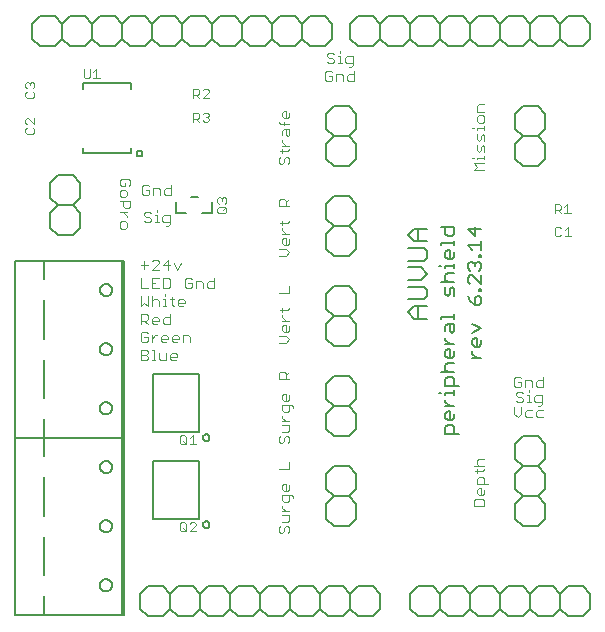
<source format=gto>
G75*
G70*
%OFA0B0*%
%FSLAX24Y24*%
%IPPOS*%
%LPD*%
%AMOC8*
5,1,8,0,0,1.08239X$1,22.5*
%
%ADD10C,0.0070*%
%ADD11C,0.0050*%
%ADD12C,0.0040*%
%ADD13C,0.0060*%
D10*
X013784Y011072D02*
X013995Y011283D01*
X014415Y011283D01*
X014310Y011507D02*
X014415Y011612D01*
X014415Y011822D01*
X014310Y011927D01*
X013784Y011927D01*
X013784Y012151D02*
X014205Y012151D01*
X014415Y012362D01*
X014205Y012572D01*
X013784Y012572D01*
X013784Y012796D02*
X014310Y012796D01*
X014415Y012901D01*
X014415Y013111D01*
X014310Y013216D01*
X013784Y013216D01*
X013995Y013440D02*
X013784Y013651D01*
X013995Y013861D01*
X014415Y013861D01*
X014100Y013861D02*
X014100Y013440D01*
X013995Y013440D02*
X014415Y013440D01*
X014310Y011507D02*
X013784Y011507D01*
X014100Y011283D02*
X014100Y010862D01*
X013995Y010862D02*
X013784Y011072D01*
X013995Y010862D02*
X014415Y010862D01*
D11*
X014875Y010852D02*
X014875Y010927D01*
X015325Y010927D01*
X015325Y010852D02*
X015325Y011002D01*
X015325Y010692D02*
X015100Y010692D01*
X015025Y010617D01*
X015025Y010467D01*
X015175Y010467D02*
X015175Y010692D01*
X015325Y010692D02*
X015325Y010467D01*
X015250Y010392D01*
X015175Y010467D01*
X015025Y010233D02*
X015025Y010158D01*
X015175Y010008D01*
X015325Y010008D02*
X015025Y010008D01*
X015100Y009848D02*
X015175Y009848D01*
X015175Y009548D01*
X015250Y009548D02*
X015100Y009548D01*
X015025Y009623D01*
X015025Y009773D01*
X015100Y009848D01*
X015325Y009773D02*
X015325Y009623D01*
X015250Y009548D01*
X015325Y009388D02*
X015100Y009388D01*
X015025Y009313D01*
X015025Y009162D01*
X015100Y009087D01*
X015100Y008927D02*
X015250Y008927D01*
X015325Y008852D01*
X015325Y008627D01*
X015475Y008627D02*
X015025Y008627D01*
X015025Y008852D01*
X015100Y008927D01*
X014875Y009087D02*
X015325Y009087D01*
X015325Y008470D02*
X015325Y008320D01*
X015325Y008395D02*
X015025Y008395D01*
X015025Y008320D01*
X015025Y008162D02*
X015025Y008087D01*
X015175Y007936D01*
X015325Y007936D02*
X015025Y007936D01*
X015100Y007776D02*
X015175Y007776D01*
X015175Y007476D01*
X015250Y007476D02*
X015100Y007476D01*
X015025Y007551D01*
X015025Y007701D01*
X015100Y007776D01*
X015325Y007701D02*
X015325Y007551D01*
X015250Y007476D01*
X015250Y007316D02*
X015100Y007316D01*
X015025Y007241D01*
X015025Y007016D01*
X015475Y007016D01*
X015325Y007016D02*
X015325Y007241D01*
X015250Y007316D01*
X014875Y008395D02*
X014800Y008395D01*
X015925Y009548D02*
X016225Y009548D01*
X016075Y009548D02*
X015925Y009698D01*
X015925Y009773D01*
X016000Y009931D02*
X015925Y010007D01*
X015925Y010157D01*
X016000Y010232D01*
X016075Y010232D01*
X016075Y009931D01*
X016150Y009931D02*
X016000Y009931D01*
X016150Y009931D02*
X016225Y010007D01*
X016225Y010157D01*
X015925Y010392D02*
X016225Y010542D01*
X015925Y010692D01*
X016000Y011313D02*
X016000Y011538D01*
X016075Y011613D01*
X016150Y011613D01*
X016225Y011538D01*
X016225Y011388D01*
X016150Y011313D01*
X016000Y011313D01*
X015850Y011463D01*
X015775Y011613D01*
X015850Y012003D02*
X015775Y012078D01*
X015775Y012228D01*
X015850Y012303D01*
X015925Y012303D01*
X016225Y012003D01*
X016225Y012303D01*
X016150Y012464D02*
X016225Y012539D01*
X016225Y012689D01*
X016150Y012764D01*
X016075Y012764D01*
X016000Y012689D01*
X016000Y012614D01*
X016000Y012689D02*
X015925Y012764D01*
X015850Y012764D01*
X015775Y012689D01*
X015775Y012539D01*
X015850Y012464D01*
X016150Y012924D02*
X016150Y012999D01*
X016225Y012999D01*
X016225Y012924D01*
X016150Y012924D01*
X016225Y013154D02*
X016225Y013454D01*
X016225Y013304D02*
X015775Y013304D01*
X015925Y013154D01*
X016000Y013615D02*
X016000Y013915D01*
X016225Y013840D02*
X015775Y013840D01*
X016000Y013615D01*
X015325Y013690D02*
X015250Y013615D01*
X015100Y013615D01*
X015025Y013690D01*
X015025Y013915D01*
X014875Y013915D02*
X015325Y013915D01*
X015325Y013690D01*
X015325Y013458D02*
X015325Y013308D01*
X015325Y013383D02*
X014875Y013383D01*
X014875Y013308D01*
X015100Y013148D02*
X015175Y013148D01*
X015175Y012847D01*
X015250Y012847D02*
X015100Y012847D01*
X015025Y012922D01*
X015025Y013072D01*
X015100Y013148D01*
X015325Y013072D02*
X015325Y012922D01*
X015250Y012847D01*
X015325Y012690D02*
X015325Y012540D01*
X015325Y012615D02*
X015025Y012615D01*
X015025Y012540D01*
X014875Y012615D02*
X014800Y012615D01*
X015100Y012380D02*
X015325Y012380D01*
X015100Y012380D02*
X015025Y012305D01*
X015025Y012155D01*
X015100Y012080D01*
X015025Y011920D02*
X015025Y011695D01*
X015100Y011620D01*
X015175Y011695D01*
X015175Y011845D01*
X015250Y011920D01*
X015325Y011845D01*
X015325Y011620D01*
X015325Y012080D02*
X014875Y012080D01*
X016150Y011848D02*
X016225Y011848D01*
X016225Y011773D01*
X016150Y011773D01*
X016150Y011848D01*
X007241Y014394D02*
X007241Y014748D01*
X007241Y014394D02*
X006906Y014394D01*
X006768Y014906D02*
X006532Y014906D01*
X006059Y014748D02*
X006059Y014394D01*
X006394Y014394D01*
X004735Y016369D02*
X004737Y016388D01*
X004742Y016407D01*
X004752Y016423D01*
X004764Y016438D01*
X004779Y016450D01*
X004795Y016460D01*
X004814Y016465D01*
X004833Y016467D01*
X004852Y016465D01*
X004871Y016460D01*
X004887Y016450D01*
X004902Y016438D01*
X004914Y016423D01*
X004924Y016407D01*
X004929Y016388D01*
X004931Y016369D01*
X004929Y016350D01*
X004924Y016331D01*
X004914Y016315D01*
X004902Y016300D01*
X004887Y016288D01*
X004871Y016278D01*
X004852Y016273D01*
X004833Y016271D01*
X004814Y016273D01*
X004795Y016278D01*
X004779Y016288D01*
X004764Y016300D01*
X004752Y016315D01*
X004742Y016331D01*
X004737Y016350D01*
X004735Y016369D01*
X004537Y016369D02*
X002963Y016369D01*
X002963Y016566D01*
X004537Y016566D02*
X004537Y016369D01*
X004537Y018534D02*
X004537Y018731D01*
X002963Y018731D01*
X002963Y018534D01*
X005282Y009015D02*
X006818Y009015D01*
X006818Y007085D01*
X005282Y007085D01*
X005282Y009015D01*
X006938Y006900D02*
X006940Y006921D01*
X006946Y006940D01*
X006955Y006959D01*
X006967Y006975D01*
X006983Y006989D01*
X007000Y007000D01*
X007019Y007008D01*
X007040Y007012D01*
X007060Y007012D01*
X007081Y007008D01*
X007100Y007000D01*
X007117Y006989D01*
X007133Y006975D01*
X007145Y006959D01*
X007154Y006940D01*
X007160Y006921D01*
X007162Y006900D01*
X007160Y006879D01*
X007154Y006860D01*
X007145Y006841D01*
X007133Y006825D01*
X007117Y006811D01*
X007100Y006800D01*
X007081Y006792D01*
X007060Y006788D01*
X007040Y006788D01*
X007019Y006792D01*
X007000Y006800D01*
X006983Y006811D01*
X006967Y006825D01*
X006955Y006841D01*
X006946Y006860D01*
X006940Y006879D01*
X006938Y006900D01*
X006818Y006115D02*
X006818Y004185D01*
X005282Y004185D01*
X005282Y006115D01*
X006818Y006115D01*
X006938Y004000D02*
X006940Y004021D01*
X006946Y004040D01*
X006955Y004059D01*
X006967Y004075D01*
X006983Y004089D01*
X007000Y004100D01*
X007019Y004108D01*
X007040Y004112D01*
X007060Y004112D01*
X007081Y004108D01*
X007100Y004100D01*
X007117Y004089D01*
X007133Y004075D01*
X007145Y004059D01*
X007154Y004040D01*
X007160Y004021D01*
X007162Y004000D01*
X007160Y003979D01*
X007154Y003960D01*
X007145Y003941D01*
X007133Y003925D01*
X007117Y003911D01*
X007100Y003900D01*
X007081Y003892D01*
X007060Y003888D01*
X007040Y003888D01*
X007019Y003892D01*
X007000Y003900D01*
X006983Y003911D01*
X006967Y003925D01*
X006955Y003941D01*
X006946Y003960D01*
X006940Y003979D01*
X006938Y004000D01*
D12*
X006705Y003977D02*
X006705Y004029D01*
X006653Y004080D01*
X006549Y004080D01*
X006498Y004029D01*
X006382Y004029D02*
X006382Y003822D01*
X006331Y003770D01*
X006227Y003770D01*
X006175Y003822D01*
X006175Y004029D01*
X006227Y004080D01*
X006331Y004080D01*
X006382Y004029D01*
X006279Y003873D02*
X006382Y003770D01*
X006498Y003770D02*
X006705Y003977D01*
X006705Y003770D02*
X006498Y003770D01*
X006498Y006670D02*
X006705Y006670D01*
X006601Y006670D02*
X006601Y006980D01*
X006498Y006877D01*
X006382Y006929D02*
X006382Y006722D01*
X006331Y006670D01*
X006227Y006670D01*
X006175Y006722D01*
X006175Y006929D01*
X006227Y006980D01*
X006331Y006980D01*
X006382Y006929D01*
X006279Y006773D02*
X006382Y006670D01*
X006032Y009470D02*
X005912Y009470D01*
X005852Y009530D01*
X005852Y009650D01*
X005912Y009710D01*
X006032Y009710D01*
X006092Y009650D01*
X006092Y009590D01*
X005852Y009590D01*
X005724Y009470D02*
X005724Y009710D01*
X005724Y009470D02*
X005544Y009470D01*
X005484Y009530D01*
X005484Y009710D01*
X005298Y009830D02*
X005298Y009470D01*
X005238Y009470D02*
X005358Y009470D01*
X005110Y009530D02*
X005050Y009470D01*
X004870Y009470D01*
X004870Y009830D01*
X005050Y009830D01*
X005110Y009770D01*
X005110Y009710D01*
X005050Y009650D01*
X004870Y009650D01*
X005050Y009650D02*
X005110Y009590D01*
X005110Y009530D01*
X005238Y009830D02*
X005298Y009830D01*
X005238Y010070D02*
X005238Y010310D01*
X005238Y010190D02*
X005358Y010310D01*
X005418Y010310D01*
X005545Y010250D02*
X005605Y010310D01*
X005725Y010310D01*
X005785Y010250D01*
X005785Y010190D01*
X005545Y010190D01*
X005545Y010130D02*
X005545Y010250D01*
X005545Y010130D02*
X005605Y010070D01*
X005725Y010070D01*
X005914Y010130D02*
X005914Y010250D01*
X005974Y010310D01*
X006094Y010310D01*
X006154Y010250D01*
X006154Y010190D01*
X005914Y010190D01*
X005914Y010130D02*
X005974Y010070D01*
X006094Y010070D01*
X006282Y010070D02*
X006282Y010310D01*
X006462Y010310D01*
X006522Y010250D01*
X006522Y010070D01*
X005847Y010670D02*
X005667Y010670D01*
X005607Y010730D01*
X005607Y010850D01*
X005667Y010910D01*
X005847Y010910D01*
X005847Y011030D02*
X005847Y010670D01*
X005479Y010790D02*
X005238Y010790D01*
X005238Y010730D02*
X005238Y010850D01*
X005298Y010910D01*
X005418Y010910D01*
X005479Y010850D01*
X005479Y010790D01*
X005418Y010670D02*
X005298Y010670D01*
X005238Y010730D01*
X005110Y010670D02*
X004990Y010790D01*
X005050Y010790D02*
X004870Y010790D01*
X004870Y010670D02*
X004870Y011030D01*
X005050Y011030D01*
X005110Y010970D01*
X005110Y010850D01*
X005050Y010790D01*
X005050Y010430D02*
X004930Y010430D01*
X004870Y010370D01*
X004870Y010130D01*
X004930Y010070D01*
X005050Y010070D01*
X005110Y010130D01*
X005110Y010250D01*
X004990Y010250D01*
X005110Y010370D02*
X005050Y010430D01*
X005110Y011270D02*
X005110Y011630D01*
X005238Y011630D02*
X005238Y011270D01*
X005110Y011270D02*
X004990Y011390D01*
X004870Y011270D01*
X004870Y011630D01*
X004870Y011870D02*
X005110Y011870D01*
X005238Y011870D02*
X005479Y011870D01*
X005607Y011870D02*
X005787Y011870D01*
X005847Y011930D01*
X005847Y012170D01*
X005787Y012230D01*
X005607Y012230D01*
X005607Y011870D01*
X005667Y011690D02*
X005667Y011630D01*
X005667Y011510D02*
X005607Y011510D01*
X005667Y011510D02*
X005667Y011270D01*
X005607Y011270D02*
X005727Y011270D01*
X005912Y011330D02*
X005972Y011270D01*
X005912Y011330D02*
X005912Y011570D01*
X005852Y011510D02*
X005972Y011510D01*
X006098Y011450D02*
X006098Y011330D01*
X006158Y011270D01*
X006278Y011270D01*
X006338Y011390D02*
X006098Y011390D01*
X006098Y011450D02*
X006158Y011510D01*
X006278Y011510D01*
X006338Y011450D01*
X006338Y011390D01*
X006403Y011870D02*
X006523Y011870D01*
X006583Y011930D01*
X006583Y012050D01*
X006463Y012050D01*
X006343Y011930D02*
X006403Y011870D01*
X006343Y011930D02*
X006343Y012170D01*
X006403Y012230D01*
X006523Y012230D01*
X006583Y012170D01*
X006712Y012110D02*
X006712Y011870D01*
X006952Y011870D02*
X006952Y012050D01*
X006892Y012110D01*
X006712Y012110D01*
X007080Y012050D02*
X007080Y011930D01*
X007140Y011870D01*
X007320Y011870D01*
X007320Y012230D01*
X007320Y012110D02*
X007140Y012110D01*
X007080Y012050D01*
X006095Y012470D02*
X006215Y012710D01*
X005975Y012710D02*
X006095Y012470D01*
X005847Y012650D02*
X005607Y012650D01*
X005787Y012830D01*
X005787Y012470D01*
X005479Y012470D02*
X005238Y012470D01*
X005479Y012710D01*
X005479Y012770D01*
X005418Y012830D01*
X005298Y012830D01*
X005238Y012770D01*
X005110Y012650D02*
X004870Y012650D01*
X004990Y012770D02*
X004990Y012530D01*
X004870Y012230D02*
X004870Y011870D01*
X005238Y011870D02*
X005238Y012230D01*
X005479Y012230D01*
X005358Y012050D02*
X005238Y012050D01*
X005298Y011510D02*
X005418Y011510D01*
X005479Y011450D01*
X005479Y011270D01*
X005238Y011450D02*
X005298Y011510D01*
X005713Y013950D02*
X005773Y013950D01*
X005833Y014010D01*
X005833Y014310D01*
X005653Y014310D01*
X005593Y014250D01*
X005593Y014130D01*
X005653Y014070D01*
X005833Y014070D01*
X005467Y014070D02*
X005347Y014070D01*
X005407Y014070D02*
X005407Y014310D01*
X005347Y014310D01*
X005407Y014430D02*
X005407Y014490D01*
X005219Y014370D02*
X005159Y014430D01*
X005039Y014430D01*
X004979Y014370D01*
X004979Y014310D01*
X005039Y014250D01*
X005159Y014250D01*
X005219Y014190D01*
X005219Y014130D01*
X005159Y014070D01*
X005039Y014070D01*
X004979Y014130D01*
X004410Y014048D02*
X004410Y013928D01*
X004350Y013868D01*
X004230Y013868D01*
X004170Y013928D01*
X004170Y014048D01*
X004230Y014108D01*
X004350Y014108D01*
X004410Y014048D01*
X004410Y014235D02*
X004410Y014295D01*
X004290Y014415D01*
X004170Y014415D02*
X004410Y014415D01*
X004470Y014543D02*
X004350Y014543D01*
X004290Y014603D01*
X004290Y014783D01*
X004170Y014783D02*
X004530Y014783D01*
X004530Y014603D01*
X004470Y014543D01*
X004350Y014912D02*
X004410Y014972D01*
X004410Y015092D01*
X004350Y015152D01*
X004230Y015152D01*
X004170Y015092D01*
X004170Y014972D01*
X004230Y014912D01*
X004350Y014912D01*
X004350Y015280D02*
X004350Y015400D01*
X004350Y015280D02*
X004230Y015280D01*
X004170Y015340D01*
X004170Y015460D01*
X004230Y015520D01*
X004470Y015520D01*
X004530Y015460D01*
X004530Y015340D01*
X004470Y015280D01*
X004918Y015270D02*
X004918Y015030D01*
X004978Y014970D01*
X005098Y014970D01*
X005158Y015030D01*
X005158Y015150D01*
X005038Y015150D01*
X005158Y015270D02*
X005098Y015330D01*
X004978Y015330D01*
X004918Y015270D01*
X005286Y015210D02*
X005286Y014970D01*
X005526Y014970D02*
X005526Y015150D01*
X005466Y015210D01*
X005286Y015210D01*
X005654Y015150D02*
X005654Y015030D01*
X005714Y014970D01*
X005894Y014970D01*
X005894Y015330D01*
X005894Y015210D02*
X005714Y015210D01*
X005654Y015150D01*
X007420Y014853D02*
X007420Y014749D01*
X007471Y014698D01*
X007471Y014582D02*
X007678Y014582D01*
X007730Y014531D01*
X007730Y014427D01*
X007678Y014375D01*
X007471Y014375D01*
X007420Y014427D01*
X007420Y014531D01*
X007471Y014582D01*
X007627Y014479D02*
X007730Y014582D01*
X007678Y014698D02*
X007730Y014749D01*
X007730Y014853D01*
X007678Y014905D01*
X007627Y014905D01*
X007575Y014853D01*
X007575Y014801D01*
X007575Y014853D02*
X007523Y014905D01*
X007471Y014905D01*
X007420Y014853D01*
X009470Y014795D02*
X009530Y014855D01*
X009650Y014855D01*
X009710Y014795D01*
X009710Y014615D01*
X009710Y014735D02*
X009830Y014855D01*
X009830Y014615D02*
X009470Y014615D01*
X009470Y014795D01*
X009590Y014121D02*
X009590Y014001D01*
X009530Y014061D02*
X009770Y014061D01*
X009830Y014121D01*
X009590Y013874D02*
X009590Y013814D01*
X009710Y013694D01*
X009830Y013694D02*
X009590Y013694D01*
X009650Y013566D02*
X009710Y013566D01*
X009710Y013325D01*
X009770Y013325D02*
X009650Y013325D01*
X009590Y013385D01*
X009590Y013506D01*
X009650Y013566D01*
X009830Y013506D02*
X009830Y013385D01*
X009770Y013325D01*
X009710Y013197D02*
X009470Y013197D01*
X009470Y012957D02*
X009710Y012957D01*
X009830Y013077D01*
X009710Y013197D01*
X009830Y011955D02*
X009830Y011715D01*
X009470Y011715D01*
X009590Y011221D02*
X009590Y011101D01*
X009530Y011161D02*
X009770Y011161D01*
X009830Y011221D01*
X009590Y010974D02*
X009590Y010914D01*
X009710Y010794D01*
X009830Y010794D02*
X009590Y010794D01*
X009650Y010666D02*
X009710Y010666D01*
X009710Y010425D01*
X009770Y010425D02*
X009650Y010425D01*
X009590Y010485D01*
X009590Y010606D01*
X009650Y010666D01*
X009830Y010606D02*
X009830Y010485D01*
X009770Y010425D01*
X009710Y010297D02*
X009470Y010297D01*
X009470Y010057D02*
X009710Y010057D01*
X009830Y010177D01*
X009710Y010297D01*
X009650Y009100D02*
X009530Y009100D01*
X009470Y009040D01*
X009470Y008860D01*
X009830Y008860D01*
X009710Y008860D02*
X009710Y009040D01*
X009650Y009100D01*
X009710Y008980D02*
X009830Y009100D01*
X009710Y008364D02*
X009710Y008123D01*
X009770Y008123D02*
X009650Y008123D01*
X009590Y008184D01*
X009590Y008304D01*
X009650Y008364D01*
X009710Y008364D01*
X009830Y008304D02*
X009830Y008184D01*
X009770Y008123D01*
X009830Y007995D02*
X009830Y007815D01*
X009770Y007755D01*
X009650Y007755D01*
X009590Y007815D01*
X009590Y007995D01*
X009890Y007995D01*
X009950Y007935D01*
X009950Y007875D01*
X009590Y007628D02*
X009590Y007568D01*
X009710Y007448D01*
X009830Y007448D02*
X009590Y007448D01*
X009590Y007320D02*
X009830Y007320D01*
X009830Y007140D01*
X009770Y007080D01*
X009590Y007080D01*
X009530Y006952D02*
X009470Y006892D01*
X009470Y006772D01*
X009530Y006712D01*
X009590Y006712D01*
X009650Y006772D01*
X009650Y006892D01*
X009710Y006952D01*
X009770Y006952D01*
X009830Y006892D01*
X009830Y006772D01*
X009770Y006712D01*
X009830Y006100D02*
X009830Y005860D01*
X009470Y005860D01*
X009650Y005364D02*
X009710Y005364D01*
X009710Y005123D01*
X009770Y005123D02*
X009650Y005123D01*
X009590Y005184D01*
X009590Y005304D01*
X009650Y005364D01*
X009830Y005304D02*
X009830Y005184D01*
X009770Y005123D01*
X009830Y004995D02*
X009830Y004815D01*
X009770Y004755D01*
X009650Y004755D01*
X009590Y004815D01*
X009590Y004995D01*
X009890Y004995D01*
X009950Y004935D01*
X009950Y004875D01*
X009590Y004628D02*
X009590Y004568D01*
X009710Y004448D01*
X009830Y004448D02*
X009590Y004448D01*
X009590Y004320D02*
X009830Y004320D01*
X009830Y004140D01*
X009770Y004080D01*
X009590Y004080D01*
X009530Y003952D02*
X009470Y003892D01*
X009470Y003772D01*
X009530Y003712D01*
X009590Y003712D01*
X009650Y003772D01*
X009650Y003892D01*
X009710Y003952D01*
X009770Y003952D01*
X009830Y003892D01*
X009830Y003772D01*
X009770Y003712D01*
X015970Y004611D02*
X015970Y004791D01*
X016030Y004851D01*
X016270Y004851D01*
X016330Y004791D01*
X016330Y004611D01*
X015970Y004611D01*
X016150Y004979D02*
X016090Y005039D01*
X016090Y005159D01*
X016150Y005219D01*
X016210Y005219D01*
X016210Y004979D01*
X016270Y004979D02*
X016150Y004979D01*
X016270Y004979D02*
X016330Y005039D01*
X016330Y005159D01*
X016330Y005347D02*
X016330Y005527D01*
X016270Y005587D01*
X016150Y005587D01*
X016090Y005527D01*
X016090Y005347D01*
X016450Y005347D01*
X016270Y005776D02*
X016030Y005776D01*
X016090Y005716D02*
X016090Y005836D01*
X016150Y005961D02*
X016090Y006021D01*
X016090Y006141D01*
X016150Y006201D01*
X016330Y006201D01*
X016330Y005961D02*
X015970Y005961D01*
X016270Y005776D02*
X016330Y005836D01*
X017438Y007570D02*
X017558Y007690D01*
X017558Y007930D01*
X017559Y008070D02*
X017439Y008070D01*
X017379Y008130D01*
X017439Y008250D02*
X017559Y008250D01*
X017619Y008190D01*
X017619Y008130D01*
X017559Y008070D01*
X017747Y008070D02*
X017867Y008070D01*
X017807Y008070D02*
X017807Y008310D01*
X017747Y008310D01*
X017807Y008430D02*
X017807Y008490D01*
X017926Y008570D02*
X017926Y008750D01*
X017866Y008810D01*
X017686Y008810D01*
X017686Y008570D01*
X017558Y008630D02*
X017558Y008750D01*
X017438Y008750D01*
X017558Y008630D02*
X017498Y008570D01*
X017378Y008570D01*
X017318Y008630D01*
X017318Y008870D01*
X017378Y008930D01*
X017498Y008930D01*
X017558Y008870D01*
X017559Y008430D02*
X017439Y008430D01*
X017379Y008370D01*
X017379Y008310D01*
X017439Y008250D01*
X017619Y008370D02*
X017559Y008430D01*
X017993Y008250D02*
X017993Y008130D01*
X018053Y008070D01*
X018233Y008070D01*
X018233Y008010D02*
X018233Y008310D01*
X018053Y008310D01*
X017993Y008250D01*
X018113Y007950D02*
X018173Y007950D01*
X018233Y008010D01*
X018294Y007810D02*
X018114Y007810D01*
X018054Y007750D01*
X018054Y007630D01*
X018114Y007570D01*
X018294Y007570D01*
X017926Y007570D02*
X017746Y007570D01*
X017686Y007630D01*
X017686Y007750D01*
X017746Y007810D01*
X017926Y007810D01*
X017438Y007570D02*
X017318Y007690D01*
X017318Y007930D01*
X018054Y008630D02*
X018054Y008750D01*
X018114Y008810D01*
X018294Y008810D01*
X018294Y008930D02*
X018294Y008570D01*
X018114Y008570D01*
X018054Y008630D01*
X018728Y013614D02*
X018676Y013666D01*
X018676Y013873D01*
X018728Y013925D01*
X018831Y013925D01*
X018883Y013873D01*
X018999Y013821D02*
X019102Y013925D01*
X019102Y013614D01*
X018999Y013614D02*
X019205Y013614D01*
X018883Y013666D02*
X018831Y013614D01*
X018728Y013614D01*
X018670Y014370D02*
X018670Y014680D01*
X018825Y014680D01*
X018877Y014629D01*
X018877Y014525D01*
X018825Y014473D01*
X018670Y014473D01*
X018773Y014473D02*
X018877Y014370D01*
X018992Y014370D02*
X019199Y014370D01*
X019096Y014370D02*
X019096Y014680D01*
X018992Y014577D01*
X016330Y015804D02*
X015970Y015804D01*
X016090Y015924D01*
X015970Y016044D01*
X016330Y016044D01*
X016330Y016172D02*
X016330Y016292D01*
X016330Y016232D02*
X016090Y016232D01*
X016090Y016172D01*
X015970Y016232D02*
X015910Y016232D01*
X016150Y016418D02*
X016090Y016478D01*
X016090Y016658D01*
X016210Y016598D02*
X016210Y016478D01*
X016150Y016418D01*
X016330Y016418D02*
X016330Y016598D01*
X016270Y016658D01*
X016210Y016598D01*
X016150Y016786D02*
X016090Y016846D01*
X016090Y017026D01*
X016090Y017154D02*
X016090Y017214D01*
X016330Y017214D01*
X016330Y017154D02*
X016330Y017274D01*
X016270Y017400D02*
X016330Y017460D01*
X016330Y017580D01*
X016270Y017640D01*
X016150Y017640D01*
X016090Y017580D01*
X016090Y017460D01*
X016150Y017400D01*
X016270Y017400D01*
X016270Y017026D02*
X016210Y016966D01*
X016210Y016846D01*
X016150Y016786D01*
X016330Y016786D02*
X016330Y016966D01*
X016270Y017026D01*
X015970Y017214D02*
X015910Y017214D01*
X016090Y017768D02*
X016090Y017948D01*
X016150Y018008D01*
X016330Y018008D01*
X016330Y017768D02*
X016090Y017768D01*
X011994Y018770D02*
X011814Y018770D01*
X011754Y018830D01*
X011754Y018950D01*
X011814Y019010D01*
X011994Y019010D01*
X011994Y019130D02*
X011994Y018770D01*
X011626Y018770D02*
X011626Y018950D01*
X011566Y019010D01*
X011386Y019010D01*
X011386Y018770D01*
X011258Y018830D02*
X011258Y018950D01*
X011138Y018950D01*
X011258Y018830D02*
X011198Y018770D01*
X011078Y018770D01*
X011018Y018830D01*
X011018Y019070D01*
X011078Y019130D01*
X011198Y019130D01*
X011258Y019070D01*
X011259Y019370D02*
X011139Y019370D01*
X011079Y019430D01*
X011139Y019550D02*
X011259Y019550D01*
X011319Y019490D01*
X011319Y019430D01*
X011259Y019370D01*
X011447Y019370D02*
X011567Y019370D01*
X011507Y019370D02*
X011507Y019610D01*
X011447Y019610D01*
X011507Y019730D02*
X011507Y019790D01*
X011319Y019670D02*
X011259Y019730D01*
X011139Y019730D01*
X011079Y019670D01*
X011079Y019610D01*
X011139Y019550D01*
X011693Y019550D02*
X011693Y019430D01*
X011753Y019370D01*
X011933Y019370D01*
X011933Y019310D02*
X011933Y019610D01*
X011753Y019610D01*
X011693Y019550D01*
X011813Y019250D02*
X011873Y019250D01*
X011933Y019310D01*
X009830Y017733D02*
X009830Y017613D01*
X009770Y017553D01*
X009650Y017553D01*
X009590Y017613D01*
X009590Y017733D01*
X009650Y017793D01*
X009710Y017793D01*
X009710Y017553D01*
X009650Y017428D02*
X009650Y017308D01*
X009650Y017180D02*
X009830Y017180D01*
X009830Y016999D01*
X009770Y016939D01*
X009710Y016999D01*
X009710Y017180D01*
X009650Y017180D02*
X009590Y017119D01*
X009590Y016999D01*
X009590Y016813D02*
X009590Y016752D01*
X009710Y016632D01*
X009830Y016632D02*
X009590Y016632D01*
X009590Y016507D02*
X009590Y016387D01*
X009530Y016447D02*
X009770Y016447D01*
X009830Y016507D01*
X009770Y016259D02*
X009830Y016199D01*
X009830Y016079D01*
X009770Y016019D01*
X009650Y016079D02*
X009650Y016199D01*
X009710Y016259D01*
X009770Y016259D01*
X009650Y016079D02*
X009590Y016019D01*
X009530Y016019D01*
X009470Y016079D01*
X009470Y016199D01*
X009530Y016259D01*
X009530Y017368D02*
X009470Y017428D01*
X009530Y017368D02*
X009830Y017368D01*
X007149Y017472D02*
X007097Y017420D01*
X006994Y017420D01*
X006942Y017472D01*
X006827Y017420D02*
X006723Y017523D01*
X006775Y017523D02*
X006620Y017523D01*
X006620Y017420D02*
X006620Y017730D01*
X006775Y017730D01*
X006827Y017679D01*
X006827Y017575D01*
X006775Y017523D01*
X006942Y017679D02*
X006994Y017730D01*
X007097Y017730D01*
X007149Y017679D01*
X007149Y017627D01*
X007097Y017575D01*
X007149Y017523D01*
X007149Y017472D01*
X007097Y017575D02*
X007046Y017575D01*
X007149Y018220D02*
X006942Y018220D01*
X007149Y018427D01*
X007149Y018479D01*
X007097Y018530D01*
X006994Y018530D01*
X006942Y018479D01*
X006827Y018479D02*
X006775Y018530D01*
X006620Y018530D01*
X006620Y018220D01*
X006620Y018323D02*
X006775Y018323D01*
X006827Y018375D01*
X006827Y018479D01*
X006723Y018323D02*
X006827Y018220D01*
X003499Y018870D02*
X003292Y018870D01*
X003396Y018870D02*
X003396Y019180D01*
X003292Y019077D01*
X003177Y019180D02*
X003177Y018922D01*
X003125Y018870D01*
X003022Y018870D01*
X002970Y018922D01*
X002970Y019180D01*
X001330Y018697D02*
X001330Y018594D01*
X001278Y018542D01*
X001278Y018427D02*
X001330Y018375D01*
X001330Y018272D01*
X001278Y018220D01*
X001071Y018220D01*
X001020Y018272D01*
X001020Y018375D01*
X001071Y018427D01*
X001071Y018542D02*
X001020Y018594D01*
X001020Y018697D01*
X001071Y018749D01*
X001123Y018749D01*
X001175Y018697D01*
X001227Y018749D01*
X001278Y018749D01*
X001330Y018697D01*
X001175Y018697D02*
X001175Y018646D01*
X001123Y017549D02*
X001071Y017549D01*
X001020Y017497D01*
X001020Y017394D01*
X001071Y017342D01*
X001071Y017227D02*
X001020Y017175D01*
X001020Y017072D01*
X001071Y017020D01*
X001278Y017020D01*
X001330Y017072D01*
X001330Y017175D01*
X001278Y017227D01*
X001330Y017342D02*
X001123Y017549D01*
X001330Y017549D02*
X001330Y017342D01*
D13*
X001632Y000998D02*
X000692Y000998D01*
X000692Y006898D01*
X001632Y006898D01*
X004232Y006898D01*
X004312Y006898D01*
X004312Y000998D01*
X004232Y000998D01*
X001632Y000998D01*
X001632Y001628D01*
X001632Y002328D02*
X001632Y003598D01*
X001632Y004298D02*
X001632Y005569D01*
X001632Y006269D02*
X001632Y006898D01*
X004232Y006898D01*
X004232Y000998D01*
X004850Y001200D02*
X004850Y001700D01*
X005100Y001950D01*
X005600Y001950D01*
X005850Y001700D01*
X006100Y001950D01*
X006600Y001950D01*
X006850Y001700D01*
X006850Y001200D01*
X006600Y000950D01*
X006100Y000950D01*
X005850Y001200D01*
X005600Y000950D01*
X005100Y000950D01*
X004850Y001200D01*
X005850Y001200D02*
X005850Y001700D01*
X006850Y001700D02*
X007100Y001950D01*
X007600Y001950D01*
X007850Y001700D01*
X008100Y001950D01*
X008600Y001950D01*
X008850Y001700D01*
X009100Y001950D01*
X009600Y001950D01*
X009850Y001700D01*
X009850Y001200D01*
X009600Y000950D01*
X009100Y000950D01*
X008850Y001200D01*
X008600Y000950D01*
X008100Y000950D01*
X007850Y001200D01*
X007600Y000950D01*
X007100Y000950D01*
X006850Y001200D01*
X007850Y001200D02*
X007850Y001700D01*
X008850Y001700D02*
X008850Y001200D01*
X009850Y001200D02*
X010100Y000950D01*
X010600Y000950D01*
X010850Y001200D01*
X011100Y000950D01*
X011600Y000950D01*
X011850Y001200D01*
X012100Y000950D01*
X012600Y000950D01*
X012850Y001200D01*
X012850Y001700D01*
X012600Y001950D01*
X012100Y001950D01*
X011850Y001700D01*
X011850Y001200D01*
X011850Y001700D02*
X011600Y001950D01*
X011100Y001950D01*
X010850Y001700D01*
X010850Y001200D01*
X010850Y001700D02*
X010600Y001950D01*
X010100Y001950D01*
X009850Y001700D01*
X011300Y003950D02*
X011050Y004200D01*
X011050Y004700D01*
X011300Y004950D01*
X011050Y005200D01*
X011050Y005700D01*
X011300Y005950D01*
X011800Y005950D01*
X012050Y005700D01*
X012050Y005200D01*
X011800Y004950D01*
X012050Y004700D01*
X012050Y004200D01*
X011800Y003950D01*
X011300Y003950D01*
X011300Y004950D02*
X011800Y004950D01*
X011800Y006950D02*
X011300Y006950D01*
X011050Y007200D01*
X011050Y007700D01*
X011300Y007950D01*
X011050Y008200D01*
X011050Y008700D01*
X011300Y008950D01*
X011800Y008950D01*
X012050Y008700D01*
X012050Y008200D01*
X011800Y007950D01*
X012050Y007700D01*
X012050Y007200D01*
X011800Y006950D01*
X011800Y007950D02*
X011300Y007950D01*
X011300Y009950D02*
X011050Y010200D01*
X011050Y010700D01*
X011300Y010950D01*
X011050Y011200D01*
X011050Y011700D01*
X011300Y011950D01*
X011800Y011950D01*
X012050Y011700D01*
X012050Y011200D01*
X011800Y010950D01*
X012050Y010700D01*
X012050Y010200D01*
X011800Y009950D01*
X011300Y009950D01*
X011300Y010950D02*
X011800Y010950D01*
X011800Y012950D02*
X011300Y012950D01*
X011050Y013200D01*
X011050Y013700D01*
X011300Y013950D01*
X011050Y014200D01*
X011050Y014700D01*
X011300Y014950D01*
X011800Y014950D01*
X012050Y014700D01*
X012050Y014200D01*
X011800Y013950D01*
X012050Y013700D01*
X012050Y013200D01*
X011800Y012950D01*
X011800Y013950D02*
X011300Y013950D01*
X011300Y015950D02*
X011050Y016200D01*
X011050Y016700D01*
X011300Y016950D01*
X011050Y017200D01*
X011050Y017700D01*
X011300Y017950D01*
X011800Y017950D01*
X012050Y017700D01*
X012050Y017200D01*
X011800Y016950D01*
X012050Y016700D01*
X012050Y016200D01*
X011800Y015950D01*
X011300Y015950D01*
X011300Y016950D02*
X011800Y016950D01*
X012100Y019950D02*
X012600Y019950D01*
X012850Y020200D01*
X013100Y019950D01*
X013600Y019950D01*
X013850Y020200D01*
X013850Y020700D01*
X013600Y020950D01*
X013100Y020950D01*
X012850Y020700D01*
X012850Y020200D01*
X012850Y020700D02*
X012600Y020950D01*
X012100Y020950D01*
X011850Y020700D01*
X011850Y020200D01*
X012100Y019950D01*
X011250Y020200D02*
X011000Y019950D01*
X010500Y019950D01*
X010250Y020200D01*
X010000Y019950D01*
X009500Y019950D01*
X009250Y020200D01*
X009000Y019950D01*
X008500Y019950D01*
X008250Y020200D01*
X008000Y019950D01*
X007500Y019950D01*
X007250Y020200D01*
X007000Y019950D01*
X006500Y019950D01*
X006250Y020200D01*
X006000Y019950D01*
X005500Y019950D01*
X005250Y020200D01*
X005000Y019950D01*
X004500Y019950D01*
X004250Y020200D01*
X004000Y019950D01*
X003500Y019950D01*
X003250Y020200D01*
X003000Y019950D01*
X002500Y019950D01*
X002250Y020200D01*
X002000Y019950D01*
X001500Y019950D01*
X001250Y020200D01*
X001250Y020700D01*
X001500Y020950D01*
X002000Y020950D01*
X002250Y020700D01*
X002500Y020950D01*
X003000Y020950D01*
X003250Y020700D01*
X003250Y020200D01*
X003250Y020700D02*
X003500Y020950D01*
X004000Y020950D01*
X004250Y020700D01*
X004500Y020950D01*
X005000Y020950D01*
X005250Y020700D01*
X005500Y020950D01*
X006000Y020950D01*
X006250Y020700D01*
X006250Y020200D01*
X006250Y020700D02*
X006500Y020950D01*
X007000Y020950D01*
X007250Y020700D01*
X007500Y020950D01*
X008000Y020950D01*
X008250Y020700D01*
X008500Y020950D01*
X009000Y020950D01*
X009250Y020700D01*
X009250Y020200D01*
X009250Y020700D02*
X009500Y020950D01*
X010000Y020950D01*
X010250Y020700D01*
X010500Y020950D01*
X011000Y020950D01*
X011250Y020700D01*
X011250Y020200D01*
X010250Y020200D02*
X010250Y020700D01*
X008250Y020700D02*
X008250Y020200D01*
X007250Y020200D02*
X007250Y020700D01*
X005250Y020700D02*
X005250Y020200D01*
X004250Y020200D02*
X004250Y020700D01*
X002250Y020700D02*
X002250Y020200D01*
X002100Y015650D02*
X002600Y015650D01*
X002850Y015400D01*
X002850Y014900D01*
X002600Y014650D01*
X002850Y014400D01*
X002850Y013900D01*
X002600Y013650D01*
X002100Y013650D01*
X001850Y013900D01*
X001850Y014400D01*
X002100Y014650D01*
X001850Y014900D01*
X001850Y015400D01*
X002100Y015650D01*
X002100Y014650D02*
X002600Y014650D01*
X001632Y012798D02*
X000692Y012798D01*
X000692Y006898D01*
X001632Y006898D01*
X001632Y007528D01*
X001632Y008228D02*
X001632Y009498D01*
X001632Y010198D02*
X001632Y011469D01*
X001632Y012169D02*
X001632Y012798D01*
X004232Y012798D01*
X004312Y012798D01*
X004312Y006898D01*
X004232Y006898D01*
X004232Y012798D01*
X003512Y011819D02*
X003514Y011847D01*
X003520Y011874D01*
X003529Y011900D01*
X003542Y011925D01*
X003559Y011948D01*
X003578Y011968D01*
X003600Y011985D01*
X003624Y011999D01*
X003650Y012009D01*
X003677Y012016D01*
X003705Y012019D01*
X003733Y012018D01*
X003760Y012013D01*
X003787Y012004D01*
X003812Y011992D01*
X003835Y011977D01*
X003856Y011958D01*
X003874Y011937D01*
X003889Y011913D01*
X003900Y011887D01*
X003908Y011861D01*
X003912Y011833D01*
X003912Y011805D01*
X003908Y011777D01*
X003900Y011751D01*
X003889Y011725D01*
X003874Y011701D01*
X003856Y011680D01*
X003835Y011661D01*
X003812Y011646D01*
X003787Y011634D01*
X003760Y011625D01*
X003733Y011620D01*
X003705Y011619D01*
X003677Y011622D01*
X003650Y011629D01*
X003624Y011639D01*
X003600Y011653D01*
X003578Y011670D01*
X003559Y011690D01*
X003542Y011713D01*
X003529Y011738D01*
X003520Y011764D01*
X003514Y011791D01*
X003512Y011819D01*
X003512Y009849D02*
X003514Y009877D01*
X003520Y009904D01*
X003529Y009930D01*
X003542Y009955D01*
X003559Y009978D01*
X003578Y009998D01*
X003600Y010015D01*
X003624Y010029D01*
X003650Y010039D01*
X003677Y010046D01*
X003705Y010049D01*
X003733Y010048D01*
X003760Y010043D01*
X003787Y010034D01*
X003812Y010022D01*
X003835Y010007D01*
X003856Y009988D01*
X003874Y009967D01*
X003889Y009943D01*
X003900Y009917D01*
X003908Y009891D01*
X003912Y009863D01*
X003912Y009835D01*
X003908Y009807D01*
X003900Y009781D01*
X003889Y009755D01*
X003874Y009731D01*
X003856Y009710D01*
X003835Y009691D01*
X003812Y009676D01*
X003787Y009664D01*
X003760Y009655D01*
X003733Y009650D01*
X003705Y009649D01*
X003677Y009652D01*
X003650Y009659D01*
X003624Y009669D01*
X003600Y009683D01*
X003578Y009700D01*
X003559Y009720D01*
X003542Y009743D01*
X003529Y009768D01*
X003520Y009794D01*
X003514Y009821D01*
X003512Y009849D01*
X003512Y007879D02*
X003514Y007907D01*
X003520Y007934D01*
X003529Y007960D01*
X003542Y007985D01*
X003559Y008008D01*
X003578Y008028D01*
X003600Y008045D01*
X003624Y008059D01*
X003650Y008069D01*
X003677Y008076D01*
X003705Y008079D01*
X003733Y008078D01*
X003760Y008073D01*
X003787Y008064D01*
X003812Y008052D01*
X003835Y008037D01*
X003856Y008018D01*
X003874Y007997D01*
X003889Y007973D01*
X003900Y007947D01*
X003908Y007921D01*
X003912Y007893D01*
X003912Y007865D01*
X003908Y007837D01*
X003900Y007811D01*
X003889Y007785D01*
X003874Y007761D01*
X003856Y007740D01*
X003835Y007721D01*
X003812Y007706D01*
X003787Y007694D01*
X003760Y007685D01*
X003733Y007680D01*
X003705Y007679D01*
X003677Y007682D01*
X003650Y007689D01*
X003624Y007699D01*
X003600Y007713D01*
X003578Y007730D01*
X003559Y007750D01*
X003542Y007773D01*
X003529Y007798D01*
X003520Y007824D01*
X003514Y007851D01*
X003512Y007879D01*
X003512Y005919D02*
X003514Y005947D01*
X003520Y005974D01*
X003529Y006000D01*
X003542Y006025D01*
X003559Y006048D01*
X003578Y006068D01*
X003600Y006085D01*
X003624Y006099D01*
X003650Y006109D01*
X003677Y006116D01*
X003705Y006119D01*
X003733Y006118D01*
X003760Y006113D01*
X003787Y006104D01*
X003812Y006092D01*
X003835Y006077D01*
X003856Y006058D01*
X003874Y006037D01*
X003889Y006013D01*
X003900Y005987D01*
X003908Y005961D01*
X003912Y005933D01*
X003912Y005905D01*
X003908Y005877D01*
X003900Y005851D01*
X003889Y005825D01*
X003874Y005801D01*
X003856Y005780D01*
X003835Y005761D01*
X003812Y005746D01*
X003787Y005734D01*
X003760Y005725D01*
X003733Y005720D01*
X003705Y005719D01*
X003677Y005722D01*
X003650Y005729D01*
X003624Y005739D01*
X003600Y005753D01*
X003578Y005770D01*
X003559Y005790D01*
X003542Y005813D01*
X003529Y005838D01*
X003520Y005864D01*
X003514Y005891D01*
X003512Y005919D01*
X003512Y003949D02*
X003514Y003977D01*
X003520Y004004D01*
X003529Y004030D01*
X003542Y004055D01*
X003559Y004078D01*
X003578Y004098D01*
X003600Y004115D01*
X003624Y004129D01*
X003650Y004139D01*
X003677Y004146D01*
X003705Y004149D01*
X003733Y004148D01*
X003760Y004143D01*
X003787Y004134D01*
X003812Y004122D01*
X003835Y004107D01*
X003856Y004088D01*
X003874Y004067D01*
X003889Y004043D01*
X003900Y004017D01*
X003908Y003991D01*
X003912Y003963D01*
X003912Y003935D01*
X003908Y003907D01*
X003900Y003881D01*
X003889Y003855D01*
X003874Y003831D01*
X003856Y003810D01*
X003835Y003791D01*
X003812Y003776D01*
X003787Y003764D01*
X003760Y003755D01*
X003733Y003750D01*
X003705Y003749D01*
X003677Y003752D01*
X003650Y003759D01*
X003624Y003769D01*
X003600Y003783D01*
X003578Y003800D01*
X003559Y003820D01*
X003542Y003843D01*
X003529Y003868D01*
X003520Y003894D01*
X003514Y003921D01*
X003512Y003949D01*
X003512Y001979D02*
X003514Y002007D01*
X003520Y002034D01*
X003529Y002060D01*
X003542Y002085D01*
X003559Y002108D01*
X003578Y002128D01*
X003600Y002145D01*
X003624Y002159D01*
X003650Y002169D01*
X003677Y002176D01*
X003705Y002179D01*
X003733Y002178D01*
X003760Y002173D01*
X003787Y002164D01*
X003812Y002152D01*
X003835Y002137D01*
X003856Y002118D01*
X003874Y002097D01*
X003889Y002073D01*
X003900Y002047D01*
X003908Y002021D01*
X003912Y001993D01*
X003912Y001965D01*
X003908Y001937D01*
X003900Y001911D01*
X003889Y001885D01*
X003874Y001861D01*
X003856Y001840D01*
X003835Y001821D01*
X003812Y001806D01*
X003787Y001794D01*
X003760Y001785D01*
X003733Y001780D01*
X003705Y001779D01*
X003677Y001782D01*
X003650Y001789D01*
X003624Y001799D01*
X003600Y001813D01*
X003578Y001830D01*
X003559Y001850D01*
X003542Y001873D01*
X003529Y001898D01*
X003520Y001924D01*
X003514Y001951D01*
X003512Y001979D01*
X013850Y001700D02*
X013850Y001200D01*
X014100Y000950D01*
X014600Y000950D01*
X014850Y001200D01*
X015100Y000950D01*
X015600Y000950D01*
X015850Y001200D01*
X015850Y001700D01*
X015600Y001950D01*
X015100Y001950D01*
X014850Y001700D01*
X014850Y001200D01*
X014850Y001700D02*
X014600Y001950D01*
X014100Y001950D01*
X013850Y001700D01*
X015850Y001700D02*
X016100Y001950D01*
X016600Y001950D01*
X016850Y001700D01*
X017100Y001950D01*
X017600Y001950D01*
X017850Y001700D01*
X018100Y001950D01*
X018600Y001950D01*
X018850Y001700D01*
X019100Y001950D01*
X019600Y001950D01*
X019850Y001700D01*
X019850Y001200D01*
X019600Y000950D01*
X019100Y000950D01*
X018850Y001200D01*
X018600Y000950D01*
X018100Y000950D01*
X017850Y001200D01*
X017600Y000950D01*
X017100Y000950D01*
X016850Y001200D01*
X016600Y000950D01*
X016100Y000950D01*
X015850Y001200D01*
X016850Y001200D02*
X016850Y001700D01*
X017850Y001700D02*
X017850Y001200D01*
X018850Y001200D02*
X018850Y001700D01*
X018100Y003950D02*
X017600Y003950D01*
X017350Y004200D01*
X017350Y004700D01*
X017600Y004950D01*
X017350Y005200D01*
X017350Y005700D01*
X017600Y005950D01*
X017350Y006200D01*
X017350Y006700D01*
X017600Y006950D01*
X018100Y006950D01*
X018350Y006700D01*
X018350Y006200D01*
X018100Y005950D01*
X018350Y005700D01*
X018350Y005200D01*
X018100Y004950D01*
X018350Y004700D01*
X018350Y004200D01*
X018100Y003950D01*
X018100Y004950D02*
X017600Y004950D01*
X017600Y005950D02*
X018100Y005950D01*
X018100Y015950D02*
X017600Y015950D01*
X017350Y016200D01*
X017350Y016700D01*
X017600Y016950D01*
X017350Y017200D01*
X017350Y017700D01*
X017600Y017950D01*
X018100Y017950D01*
X018350Y017700D01*
X018350Y017200D01*
X018100Y016950D01*
X018350Y016700D01*
X018350Y016200D01*
X018100Y015950D01*
X018100Y016950D02*
X017600Y016950D01*
X017600Y019950D02*
X017100Y019950D01*
X016850Y020200D01*
X016600Y019950D01*
X016100Y019950D01*
X015850Y020200D01*
X015600Y019950D01*
X015100Y019950D01*
X014850Y020200D01*
X014600Y019950D01*
X014100Y019950D01*
X013850Y020200D01*
X013850Y020700D02*
X014100Y020950D01*
X014600Y020950D01*
X014850Y020700D01*
X015100Y020950D01*
X015600Y020950D01*
X015850Y020700D01*
X016100Y020950D01*
X016600Y020950D01*
X016850Y020700D01*
X016850Y020200D01*
X016850Y020700D02*
X017100Y020950D01*
X017600Y020950D01*
X017850Y020700D01*
X018100Y020950D01*
X018600Y020950D01*
X018850Y020700D01*
X019100Y020950D01*
X019600Y020950D01*
X019850Y020700D01*
X019850Y020200D01*
X019600Y019950D01*
X019100Y019950D01*
X018850Y020200D01*
X018600Y019950D01*
X018100Y019950D01*
X017850Y020200D01*
X017600Y019950D01*
X017850Y020200D02*
X017850Y020700D01*
X018850Y020700D02*
X018850Y020200D01*
X015850Y020200D02*
X015850Y020700D01*
X014850Y020700D02*
X014850Y020200D01*
M02*

</source>
